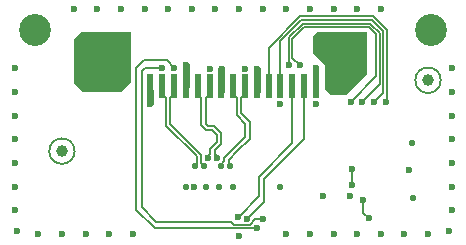
<source format=gbl>
G04*
G04 #@! TF.GenerationSoftware,Altium Limited,Altium Designer,21.8.1 (53)*
G04*
G04 Layer_Physical_Order=4*
G04 Layer_Color=14186556*
%FSTAX43Y43*%
%MOMM*%
G71*
G04*
G04 #@! TF.SameCoordinates,77AD0121-2578-4578-B714-FB4ED1F38CAD*
G04*
G04*
G04 #@! TF.FilePolarity,Positive*
G04*
G01*
G75*
%ADD11C,0.150*%
%ADD12C,0.300*%
%ADD14R,0.610X2.000*%
%ADD15R,2.680X3.600*%
%ADD26C,2.700*%
%ADD27C,0.164*%
%ADD29C,1.000*%
%ADD30C,0.500*%
%ADD31C,0.600*%
%ADD33C,0.600*%
%ADD34C,0.550*%
G36*
X001085Y00181D02*
X00066D01*
X0006Y00175D01*
Y001375D01*
X000675Y0013D01*
X001D01*
X001085Y001385D01*
Y00181D01*
D02*
G37*
G36*
X003083D02*
Y00145D01*
X002908Y001275D01*
X002775D01*
X002725Y001325D01*
Y001525D01*
X002625Y001625D01*
Y001775D01*
X00266Y00181D01*
X002815D01*
X003083D01*
D02*
G37*
D11*
X0006075Y0008D02*
G03*
X0006075Y0008I-0001075J0D01*
G01*
X0037075Y0014D02*
G03*
X0037075Y0014I-0001075J0D01*
G01*
X0011306Y0003012D02*
Y0015056D01*
X0011925Y0015675D01*
X0011306Y0003012D02*
X0012855Y0001464D01*
X0011741Y0014766D02*
X0012025Y001505D01*
X0013475D01*
X0011741Y0003259D02*
X0013Y0002D01*
X0011741Y0003259D02*
Y0014766D01*
X0011925Y0015675D02*
X00139D01*
X0013Y0002D02*
X001932D01*
X0013475Y001505D02*
X00135Y0015075D01*
X0012855Y0001464D02*
X0021464D01*
X00139Y0015675D02*
X00145Y0015075D01*
X00245Y0015925D02*
X002515Y0015275D01*
X00245Y0015925D02*
Y00175D01*
X00242Y0015275D02*
Y0017624D01*
X00225Y00135D02*
Y0016773D01*
X00235Y00135D02*
Y0017349D01*
X00225Y0016773D02*
X0025127Y00194D01*
X00235Y0017349D02*
X0025251Y00191D01*
X0031249D01*
X00242Y0017624D02*
X0025376Y00188D01*
X00245Y00175D02*
X00255Y00185D01*
X0025127Y00194D02*
X0031373D01*
X0031249Y00191D02*
X00322Y0018149D01*
X0025376Y00188D02*
X0031124D01*
X00255Y00185D02*
X0031D01*
X0031373Y00194D02*
X00325Y0018273D01*
Y001225D02*
Y0018273D01*
X00322Y001295D02*
Y0018149D01*
X0031124Y00188D02*
X00319Y0018024D01*
X0031Y00185D02*
X00316Y00179D01*
Y001435D02*
Y00179D01*
X002945Y00122D02*
X00316Y001435D01*
X00319Y001365D02*
Y0018024D01*
X003045Y00122D02*
X00319Y001365D01*
X003145Y00122D02*
X00322Y001295D01*
X003245Y00122D02*
X00325Y001225D01*
X0021676Y0005825D02*
X00245Y0008649D01*
X0019953Y0002453D02*
X0021676Y0004176D01*
Y0005825D01*
X00245Y0008649D02*
Y00135D01*
X00199Y0002453D02*
X0019953D01*
X00255Y0009D02*
Y00135D01*
X0022144Y0005644D02*
X00255Y0009D01*
X0020701Y0002289D02*
X0022144Y0003731D01*
Y0005644D01*
X0019556Y0001764D02*
X0020919D01*
X001932Y0002D02*
X0019556Y0001764D01*
X0021464Y0001464D02*
X00215Y00015D01*
X0020919Y0001764D02*
X0021388Y0002233D01*
X0022025D01*
X0030525Y000278D02*
X0031Y0002305D01*
X0030525Y000278D02*
Y0003825D01*
X0031Y00023D02*
Y0002305D01*
X00296Y00051D02*
Y00065D01*
D12*
X00185Y0013099D02*
X0018513Y0013111D01*
Y0014938D02*
X0018525Y001495D01*
D14*
X00125Y00135D02*
D03*
X00135D02*
D03*
X00145D02*
D03*
X00155D02*
D03*
X00165D02*
D03*
X00175D02*
D03*
X00185D02*
D03*
X00195D02*
D03*
X00205D02*
D03*
X00215D02*
D03*
X00225D02*
D03*
X00235D02*
D03*
X00245D02*
D03*
X00255D02*
D03*
X00265D02*
D03*
D15*
X002949Y00163D02*
D03*
X000951D02*
D03*
D26*
X003625Y001825D02*
D03*
X000275D02*
D03*
D27*
X0018105Y000745D02*
Y0007582D01*
X0017382Y000745D02*
Y0007582D01*
X00135Y0012699D02*
Y00135D01*
X0013661Y001263D02*
X0013818Y0012473D01*
X0013568Y001263D02*
X0013661D01*
X00135Y0012699D02*
X0013568Y001263D01*
X0013818Y0010168D02*
Y0012473D01*
X0014432Y001263D02*
X00145Y0012699D01*
Y00135D01*
X0014182Y0012473D02*
X0014339Y001263D01*
X0014432D01*
X0014182Y0010318D02*
Y0012473D01*
X00205Y0012699D02*
Y00135D01*
X0020339Y001263D02*
X0020432D01*
X00205Y0012699D01*
X0020182Y0011201D02*
Y0012473D01*
X0020339Y001263D01*
X0019568D02*
X0019661D01*
X0019818Y001105D02*
Y0012473D01*
X0019661Y001263D02*
X0019818Y0012473D01*
X00195Y0012699D02*
X0019568Y001263D01*
X00195Y0012699D02*
Y00135D01*
X00165Y0012699D02*
Y00135D01*
X0016568Y001263D02*
X0016661D01*
X00165Y0012699D02*
X0016568Y001263D01*
X0016818Y0010182D02*
Y0012473D01*
X0016661Y001263D02*
X0016818Y0012473D01*
X0017339Y001263D02*
X0017432D01*
X0017182Y0012473D02*
X0017339Y001263D01*
X0017182Y0010332D02*
Y0012473D01*
X0017432Y001263D02*
X00175Y0012699D01*
Y00135D01*
X0017724Y0009786D02*
X0018136Y0009374D01*
Y0008787D02*
Y0009374D01*
X0017925Y0008061D02*
X00185Y0008636D01*
Y0009525D01*
X0017562Y0008212D02*
X0018136Y0008787D01*
X0017875Y001015D02*
X00185Y0009525D01*
X0017213Y0009786D02*
X0017724D01*
X0017364Y001015D02*
X0017875D01*
X0016818Y0010182D02*
X0017213Y0009786D01*
X0017182Y0010332D02*
X0017364Y001015D01*
X0019837Y0007998D02*
X0019837D01*
X00209Y0009061D01*
X0019122Y0007283D02*
X0019837Y0007998D01*
X0018759Y0007434D02*
X0019687Y0008362D01*
X0019687D01*
X0020536Y0009211D01*
X0013818Y0010168D02*
X0016436Y0007549D01*
X0014182Y0010318D02*
X00168Y00077D01*
X0017562Y0007761D02*
Y0008212D01*
X0017925Y0007761D02*
Y0008061D01*
X0017382Y0007582D02*
X0017562Y0007761D01*
X0017925D02*
X0018105Y0007582D01*
X00209Y0009061D02*
Y0010482D01*
X0018475Y0006743D02*
Y0006848D01*
X0019151Y0006817D02*
X0019225Y0006743D01*
X0019122Y000708D02*
Y0007283D01*
Y000708D02*
X0019151Y0007051D01*
X0018759Y0007131D02*
Y0007434D01*
X0018475Y0006848D02*
X0018759Y0007131D01*
X0019151Y0006817D02*
Y0007051D01*
X0020536Y0009211D02*
Y0010332D01*
X0020182Y0011201D02*
X00209Y0010482D01*
X0019818Y001105D02*
X0020536Y0010332D01*
X00168Y0006968D02*
Y00077D01*
X0016436Y0006905D02*
Y0007549D01*
X00168Y0006968D02*
X0017025Y0006743D01*
X0016275D02*
X0016436Y0006905D01*
D29*
X0005Y0008D02*
D03*
X0036Y0014D02*
D03*
D30*
X0026494Y0015004D02*
X00265Y0014998D01*
X0026494Y0015019D02*
X00265Y0015025D01*
Y0013099D02*
Y0014998D01*
X0026494Y0015004D02*
Y0015019D01*
D31*
X00155Y0015275D02*
X00155Y0015275D01*
Y00135D02*
Y0015275D01*
X0018513Y0013111D02*
Y0014938D01*
X00215Y0013099D02*
Y001495D01*
X00125Y0012075D02*
Y0013099D01*
D33*
X001025Y0014D02*
D03*
X002875D02*
D03*
X00155Y0015275D02*
D03*
X00145Y0015075D02*
D03*
X00135D02*
D03*
X0018525Y001495D02*
D03*
X00175D02*
D03*
X00215D02*
D03*
X00205D02*
D03*
X002515Y0015275D02*
D03*
X00242D02*
D03*
X0020035Y0000846D02*
D03*
X0024Y0001D02*
D03*
X0026D02*
D03*
X00215Y00015D02*
D03*
X0022025Y0002233D02*
D03*
X0020701Y0002289D02*
D03*
X00199Y0002453D02*
D03*
X0034375Y0006375D02*
D03*
X0028Y0001D02*
D03*
X003D02*
D03*
X0032D02*
D03*
X0034D02*
D03*
X0036D02*
D03*
X00378Y00012D02*
D03*
X0038Y0003D02*
D03*
Y0005D02*
D03*
Y0007D02*
D03*
Y0009D02*
D03*
Y0011D02*
D03*
Y0013D02*
D03*
Y0015D02*
D03*
X0032Y002D02*
D03*
X003D02*
D03*
X0028D02*
D03*
X0026D02*
D03*
X0024D02*
D03*
X0022D02*
D03*
X002D02*
D03*
X0018D02*
D03*
X0016D02*
D03*
X0014D02*
D03*
X0012D02*
D03*
X001D02*
D03*
X0008D02*
D03*
X0006D02*
D03*
X0001Y0015D02*
D03*
Y0013D02*
D03*
Y0011D02*
D03*
Y0009D02*
D03*
Y0007D02*
D03*
Y0005D02*
D03*
Y0003D02*
D03*
X0011Y0001D02*
D03*
X0009D02*
D03*
X0007D02*
D03*
X0005D02*
D03*
X0003D02*
D03*
X00012Y00012D02*
D03*
X003045Y00122D02*
D03*
X002945Y00122D02*
D03*
X003245Y00122D02*
D03*
X003145D02*
D03*
X0031Y00023D02*
D03*
X0030525Y0003825D02*
D03*
X00296Y00065D02*
D03*
Y00051D02*
D03*
X0026475Y001505D02*
D03*
X00125Y0011975D02*
D03*
X00235D02*
D03*
X00265D02*
D03*
X0027075Y00042D02*
D03*
X0029375D02*
D03*
X0018118Y000745D02*
D03*
X0017368D02*
D03*
X0016175Y0005D02*
D03*
D34*
X0034725Y000405D02*
D03*
X0034675Y000865D02*
D03*
X0018475Y0006743D02*
D03*
X0019225D02*
D03*
X0016275Y0006743D02*
D03*
X0017025D02*
D03*
X0017225Y0005D02*
D03*
X0018275D02*
D03*
X0023475D02*
D03*
X001552D02*
D03*
X00195D02*
D03*
M02*

</source>
